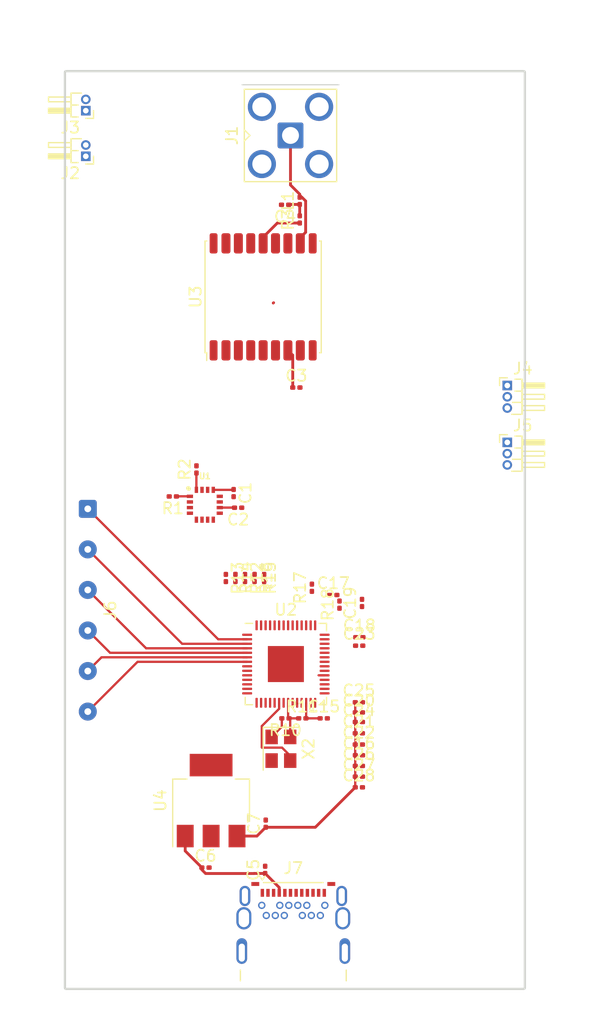
<source format=kicad_pcb>
(kicad_pcb (version 20221018) (generator pcbnew)
  (layers (0 "F.Cu" signal) (31 "B.Cu" signal) (34 "B.Paste" user) (35 "F.Paste" user) (36 "B.SilkS" user "B.Silkscreen") (37 "F.SilkS" user "F.Silkscreen") (38 "B.Mask" user) (39 "F.Mask" user) (44 "Edge.Cuts" user))
  (net 0 "")
  (net 1 "/MAX_8C GNSS/3V3")
  (net 2 "GND")
  (net 3 "Net-(C4-Pad1)")
  (net 4 "/~{RST}")
  (net 5 "Net-(X2-EN)")
  (net 6 "+3V3")
  (net 7 "Net-(U2-QSPI_SD0)")
  (net 8 "/RP2040/1V1")
  (net 9 "Net-(U2-QSPI_SD1)")
  (net 10 "Net-(J1-In)")
  (net 11 "Net-(U2-QSPI_SD2)")
  (net 12 "I2C_SDA 1")
  (net 13 "Net-(U2-QSPI_SD3)")
  (net 14 "I2C_SCL 1")
  (net 15 "Net-(U2-QSPI_SCLK)")
  (net 16 "I2C_SDA 0")
  (net 17 "I2C_SCL 0")
  (net 18 "PWM_RIGHT")
  (net 19 "BATT_V")
  (net 20 "PWM_LEFT")
  (net 21 "/GP0")
  (net 22 "/GP1")
  (net 23 "/GP2")
  (net 24 "/GP3")
  (net 25 "/GP4")
  (net 30 "/GP5")
  (net 32 "Net-(U3-VCC_RF)")
  (net 34 "Net-(U2-XIN)")
  (net 36 "/RP2040/QSPI_0")
  (net 37 "/RP2040/QSPI_1")
  (net 40 "/RP2040/QSPI_2")
  (net 41 "/RP2040/QSPI_3")
  (net 50 "/RP2040/QSPI_SCLK")
  (net 51 "/QMC5883L/3V3")
  (net 52 "Net-(U1-C1)")
  (net 53 "/USB_D-")
  (net 54 "/USB_D+")
  (net 63 "/MAX_8C GNSS/TXD")
  (net 64 "/MAX_8C GNSS/RXD")
  (net 65 "/RP2040/SWCLK")
  (net 66 "/RP2040/SWD")
  (net 67 "/RP2040/QSPI_SS")
  (net 74 "+5V")
  (footprint "Resistor_SMD:R_0201_0603Metric" (layer "F.Cu") (at 60.76 85.535 -90)
    (fp_text reference "R14" (at -0.03 -0.95 90) (layer "F.SilkS"))
    (fp_text value "27")
    (pad "1" smd roundrect (at -0.32 0 270) (size 0.46 0.4) (layers "F.Cu" "F.Mask") (net 40 "/RP2040/QSPI_2"))
    (pad "2" smd roundrect (at 0.32 0 270) (size 0.46 0.4) (layers "F.Cu" "F.Mask") (net 11 "Net-(U2-QSPI_SD2)"))
  )
  (footprint "Capacitor_SMD:C_0201_0603Metric" (layer "F.Cu") (at 71.72 96.575)
    (fp_text reference "C25" (at 0 -1.05) (layer "F.SilkS"))
    (fp_text value "1uF")
    (pad "1" smd roundrect (at -0.32 0) (size 0.46 0.4) (layers "F.Cu" "F.Mask") (net 6 "+3V3"))
    (pad "2" smd roundrect (at 0.32 0) (size 0.46 0.4) (layers "F.Cu" "F.Mask") (net 2 "GND"))
  )
  (footprint "Capacitor_SMD:C_0201_0603Metric" (layer "F.Cu") (at 71.72 97.475)
    (fp_text reference "C20" (at 0 -1.05) (layer "F.SilkS"))
    (fp_text value "1uF")
    (pad "1" smd roundrect (at -0.32 0) (size 0.46 0.4) (layers "F.Cu" "F.Mask") (net 6 "+3V3"))
    (pad "2" smd roundrect (at 0.32 0) (size 0.46 0.4) (layers "F.Cu" "F.Mask") (net 2 "GND"))
  )
  (footprint "RF_GPS:ublox_MAX" (layer "F.Cu") (at 63.22 60.58 90)
    (fp_text reference "U3" (at 0 -6 90) (layer "F.SilkS"))
    (fp_text value "MAX-M8Q")
    (fp_line (start -5.65 -5.01) (end -4.96 -5.01) (stroke (width 0.12)) (layer "F.SilkS"))
    (fp_line (start -4.96 -5.16) (end -4.96 -5.01) (stroke (width 0.12)) (layer "F.SilkS"))
    (fp_line (start -4.96 -5.16) (end 4.96 -5.16) (stroke (width 0.12)) (layer "F.SilkS"))
    (fp_line (start -4.96 5.01) (end -4.96 5.16) (stroke (width 0.12)) (layer "F.SilkS"))
    (fp_line (start -4.96 5.16) (end 4.96 5.16) (stroke (width 0.12)) (layer "F.SilkS"))
    (fp_line (start 4.96 -5.16) (end 4.96 -5.01) (stroke (width 0.12)) (layer "F.SilkS"))
    (fp_line (start 4.96 5.01) (end 4.96 5.16) (stroke (width 0.12)) (layer "F.SilkS"))
    (pad "1" smd roundrect (at -4.75 -4.4 90) (size 1.8 0.7) (layers "F.Cu" "F.Paste" "F.Mask") (net 2 "GND"))
    (pad "2" smd roundrect (at -4.75 -3.3 90) (size 1.8 0.8) (layers "F.Cu" "F.Paste" "F.Mask") (net 63 "/MAX_8C GNSS/TXD"))
    (pad "3" smd roundrect (at -4.75 -2.2 90) (size 1.8 0.8) (layers "F.Cu" "F.Paste" "F.Mask") (net 64 "/MAX_8C GNSS/RXD"))
    (pad "4" smd roundrect (at -4.75 -1.1 90) (size 1.8 0.8) (layers "F.Cu" "F.Paste" "F.Mask"))
    (pad "5" smd roundrect (at -4.75 0 90) (size 1.8 0.8) (layers "F.Cu" "F.Paste" "F.Mask"))
    (pad "6" smd roundrect (at -4.75 1.1 90) (size 1.8 0.8) (layers "F.Cu" "F.Paste" "F.Mask") (net 1 "/MAX_8C GNSS/3V3"))
    (pad "7" smd roundrect (at -4.75 2.2 90) (size 1.8 0.8) (layers "F.Cu" "F.Paste" "F.Mask") (net 1 "/MAX_8C GNSS/3V3"))
    (pad "8" smd roundrect (at -4.75 3.3 90) (size 1.8 0.8) (layers "F.Cu" "F.Paste" "F.Mask") (net 1 "/MAX_8C GNSS/3V3"))
    (pad "9" smd roundrect (at -4.75 4.4 90) (size 1.8 0.7) (layers "F.Cu" "F.Paste" "F.Mask"))
    (pad "10" smd roundrect (at 4.75 4.4 90) (size 1.8 0.7) (layers "F.Cu" "F.Paste" "F.Mask") (net 2 "GND"))
    (pad "11" smd roundrect (at 4.75 3.3 90) (size 1.8 0.8) (layers "F.Cu" "F.Paste" "F.Mask") (net 10 "Net-(J1-In)"))
    (pad "12" smd roundrect (at 4.75 2.2 90) (size 1.8 0.8) (layers "F.Cu" "F.Paste" "F.Mask") (net 2 "GND"))
    (pad "13" smd roundrect (at 4.75 1.1 90) (size 1.8 0.8) (layers "F.Cu" "F.Paste" "F.Mask"))
    (pad "14" smd roundrect (at 4.75 0 90) (size 1.8 0.8) (layers "F.Cu" "F.Paste" "F.Mask") (net 32 "Net-(U3-VCC_RF)"))
    (pad "15" smd roundrect (at 4.75 -1.1 90) (size 1.8 0.8) (layers "F.Cu" "F.Paste" "F.Mask"))
    (pad "16" smd roundrect (at 4.75 -2.2 90) (size 1.8 0.8) (layers "F.Cu" "F.Paste" "F.Mask") (net 16 "I2C_SDA 0"))
    (pad "17" smd roundrect (at 4.75 -3.3 90) (size 1.8 0.8) (layers "F.Cu" "F.Paste" "F.Mask") (net 17 "I2C_SCL 0"))
    (pad "18" smd roundrect (at 4.75 -4.4 90) (size 1.8 0.7) (layers "F.Cu" "F.Paste" "F.Mask"))
  )
  (footprint "Inductor_SMD:L_0201_0603Metric" (layer "F.Cu") (at 66.47 52.055 90)
    (fp_text reference "L1" (at 0 -1.05 90) (layer "F.SilkS"))
    (fp_text value "27nH")
    (pad "1" smd roundrect (at -0.32 0 90) (size 0.46 0.4) (layers "F.Cu" "F.Mask") (net 3 "Net-(C4-Pad1)"))
    (pad "2" smd roundrect (at 0.32 0 90) (size 0.46 0.4) (layers "F.Cu" "F.Mask") (net 10 "Net-(J1-In)"))
  )
  (footprint "Capacitor_SMD:C_0201_0603Metric" (layer "F.Cu") (at 72 87.755 90)
    (fp_text reference "C19" (at 0 -1.05 90) (layer "F.SilkS"))
    (fp_text value "1uF")
    (pad "1" smd roundrect (at -0.32 0 90) (size 0.46 0.4) (layers "F.Cu" "F.Mask") (net 8 "/RP2040/1V1"))
    (pad "2" smd roundrect (at 0.32 0 90) (size 0.46 0.4) (layers "F.Cu" "F.Mask") (net 2 "GND"))
  )
  (footprint "Resistor_SMD:R_0201_0603Metric" (layer "F.Cu") (at 57.3 75.9 90)
    (fp_text reference "R2" (at 0 -1.05 90) (layer "F.SilkS"))
    (fp_text value "4.7K")
    (pad "1" smd roundrect (at -0.32 0 90) (size 0.46 0.4) (layers "F.Cu" "F.Mask") (net 16 "I2C_SDA 0"))
    (pad "2" smd roundrect (at 0.32 0 90) (size 0.46 0.4) (layers "F.Cu" "F.Mask") (net 51 "/QMC5883L/3V3"))
  )
  (footprint "Capacitor_SMD:C_0201_0603Metric" (layer "F.Cu") (at 68.6 98)
    (fp_text reference "C15" (at 0 -1.05) (layer "F.SilkS"))
    (fp_text value "1uF")
    (pad "1" smd roundrect (at -0.32 0) (size 0.46 0.4) (layers "F.Cu" "F.Mask") (net 4 "/~{RST}"))
    (pad "2" smd roundrect (at 0.32 0) (size 0.46 0.4) (layers "F.Cu" "F.Mask") (net 2 "GND"))
  )
  (footprint "Capacitor_SMD:C_0201_0603Metric" (layer "F.Cu") (at 71.715 99.325)
    (fp_text reference "C21" (at 0 -1.05) (layer "F.SilkS"))
    (fp_text value "1uF")
    (pad "1" smd roundrect (at -0.32 0) (size 0.46 0.4) (layers "F.Cu" "F.Mask") (net 6 "+3V3"))
    (pad "2" smd roundrect (at 0.32 0) (size 0.46 0.4) (layers "F.Cu" "F.Mask") (net 2 "GND"))
  )
  (footprint "Oscillator:Oscillator_SMD_Abracon_ASE-4Pin_3.2x2.5mm" (layer "F.Cu") (at 64.8 100.7 -90)
    (fp_text reference "X2" (at 0 -2.45 90) (layer "F.SilkS"))
    (fp_text value "ASE-12.0MHz")
    (fp_line (start -1.9 -1.575) (end -1.9 1.575) (stroke (width 0.12)) (layer "F.SilkS"))
    (fp_line (start -1.9 1.575) (end 1.9 1.575) (stroke (width 0.12)) (layer "F.SilkS"))
    (pad "1" smd rect (at -1.05 0.825 270) (size 1.3 1.1) (layers "F.Cu" "F.Paste" "F.Mask") (net 5 "Net-(X2-EN)"))
    (pad "2" smd rect (at 1.05 0.825 270) (size 1.3 1.1) (layers "F.Cu" "F.Paste" "F.Mask") (net 2 "GND"))
    (pad "3" smd rect (at 1.05 -0.825 270) (size 1.3 1.1) (layers "F.Cu" "F.Paste" "F.Mask") (net 34 "Net-(U2-XIN)"))
    (pad "4" smd rect (at -1.05 -0.825 270) (size 1.3 1.1) (layers "F.Cu" "F.Paste" "F.Mask") (net 6 "+3V3"))
  )
  (footprint "Resistor_SMD:R_0201_0603Metric" (layer "F.Cu") (at 70 87.905 90)
    (fp_text reference "R18" (at 0 -1.05 90) (layer "F.SilkS"))
    (fp_text value "27")
    (pad "1" smd roundrect (at -0.32 0 90) (size 0.46 0.4) (layers "F.Cu" "F.Mask") (net 54 "/USB_D+"))
    (pad "2" smd roundrect (at 0.32 0 90) (size 0.46 0.4) (layers "F.Cu" "F.Mask") (net 54 "/USB_D+"))
  )
  (footprint "Connector_PinHeader_1.00mm:PinHeader_1x02_P1.00mm_Horizontal" (layer "F.Cu") (at 47.475 48.1 180)
    (fp_text reference "J2" (at 1.375 -1.5) (layer "F.SilkS"))
    (fp_text value "Conn_01x02_Pin")
    (fp_line (start -0.685 -0.685) (end 0 -0.685) (stroke (width 0.12)) (layer "F.SilkS"))
    (fp_line (start -0.685 0) (end -0.685 -0.685) (stroke (width 0.12)) (layer "F.SilkS"))
    (fp_line (start 0.685 -0.56) (end 1.31 -0.56) (stroke (width 0.12)) (layer "F.SilkS"))
    (fp_line (start 0.685 0.5) (end 1.31 0.5) (stroke (width 0.12)) (layer "F.SilkS"))
    (fp_line (start 1.31 -0.56) (end 1.31 1.56) (stroke (width 0.12)) (layer "F.SilkS"))
    (fp_line (start 1.31 -0.21) (end 3.31 -0.21) (stroke (width 0.12)) (layer "F.SilkS"))
    (fp_line (start 1.31 -0.15) (end 3.31 -0.15) (stroke (width 0.12)) (layer "F.SilkS"))
    (fp_line (start 1.31 -0.03) (end 3.31 -0.03) (stroke (width 0.12)) (layer "F.SilkS"))
    (fp_line (start 1.31 0.09) (end 3.31 0.09) (stroke (width 0.12)) (layer "F.SilkS"))
    (fp_line (start 1.31 0.79) (end 3.31 0.79) (stroke (width 0.12)) (layer "F.SilkS"))
    (fp_line (start 1.31 1.56) (end 0.394493 1.56) (stroke (width 0.12)) (layer "F.SilkS"))
    (fp_line (start 3.31 -0.21) (end 3.31 0.21) (stroke (width 0.12)) (layer "F.SilkS"))
    (fp_line (start 3.31 0.21) (end 1.31 0.21) (stroke (width 0.12)) (layer "F.SilkS"))
    (fp_line (start 3.31 0.79) (end 3.31 1.21) (stroke (width 0.12)) (layer "F.SilkS"))
    (fp_line (start 3.31 1.21) (end 1.31 1.21) (stroke (width 0.12)) (layer "F.SilkS"))
    (pad "1" thru_hole rect (at 0 0 180) (size 0.85 0.85) (drill 0.5) (layers "*.Cu" "*.Mask") (net 12 "I2C_SDA 1"))
    (pad "2" thru_hole oval (at 0 1 180) (size 0.85 0.85) (drill 0.5) (layers "*.Cu" "*.Mask") (net 14 "I2C_SCL 1"))
  )
  (footprint "Capacitor_SMD:C_0201_0603Metric" (layer "F.Cu") (at 66.17 68.63)
    (fp_text reference "C3" (at 0 -1.05) (layer "F.SilkS"))
    (fp_text value "0.1uF")
    (pad "1" smd roundrect (at -0.32 0) (size 0.46 0.4) (layers "F.Cu" "F.Mask") (net 1 "/MAX_8C GNSS/3V3"))
    (pad "2" smd roundrect (at 0.32 0) (size 0.46 0.4) (layers "F.Cu" "F.Mask") (net 2 "GND"))
  )
  (footprint "Capacitor_SMD:C_0201_0603Metric" (layer "F.Cu") (at 71.72 104.125)
    (fp_text reference "C28" (at 0 -1.05) (layer "F.SilkS"))
    (fp_text value "1uF")
    (pad "1" smd roundrect (at -0.32 0) (size 0.46 0.4) (layers "F.Cu" "F.Mask") (net 6 "+3V3"))
    (pad "2" smd roundrect (at 0.32 0) (size 0.46 0.4) (layers "F.Cu" "F.Mask") (net 2 "GND"))
  )
  (footprint "Resistor_SMD:R_0201_0603Metric" (layer "F.Cu") (at 67.55 86.405 90)
    (fp_text reference "R17" (at 0 -1.05 90) (layer "F.SilkS"))
    (fp_text value "27")
    (pad "1" smd roundrect (at -0.32 0 90) (size 0.46 0.4) (layers "F.Cu" "F.Mask") (net 53 "/USB_D-"))
    (pad "2" smd roundrect (at 0.32 0 90) (size 0.46 0.4) (layers "F.Cu" "F.Mask") (net 53 "/USB_D-"))
  )
  (footprint "Connector_PinHeader_1.00mm:PinHeader_1x02_P1.00mm_Horizontal" (layer "F.Cu") (at 47.475 44.05 180)
    (fp_text reference "J3" (at 1.375 -1.5) (layer "F.SilkS"))
    (fp_text value "Conn_01x02_Pin")
    (fp_line (start -0.685 -0.685) (end 0 -0.685) (stroke (width 0.12)) (layer "F.SilkS"))
    (fp_line (start -0.685 0) (end -0.685 -0.685) (stroke (width 0.12)) (layer "F.SilkS"))
    (fp_line (start 0.685 -0.56) (end 1.31 -0.56) (stroke (width 0.12)) (layer "F.SilkS"))
    (fp_line (start 0.685 0.5) (end 1.31 0.5) (stroke (width 0.12)) (layer "F.SilkS"))
    (fp_line (start 1.31 -0.56) (end 1.31 1.56) (stroke (width 0.12)) (layer "F.SilkS"))
    (fp_line (start 1.31 -0.21) (end 3.31 -0.21) (stroke (width 0.12)) (layer "F.SilkS"))
    (fp_line (start 1.31 -0.15) (end 3.31 -0.15) (stroke (width 0.12)) (layer "F.SilkS"))
    (fp_line (start 1.31 -0.03) (end 3.31 -0.03) (stroke (width 0.12)) (layer "F.SilkS"))
    (fp_line (start 1.31 0.09) (end 3.31 0.09) (stroke (width 0.12)) (layer "F.SilkS"))
    (fp_line (start 1.31 0.79) (end 3.31 0.79) (stroke (width 0.12)) (layer "F.SilkS"))
    (fp_line (start 1.31 1.56) (end 0.394493 1.56) (stroke (width 0.12)) (layer "F.SilkS"))
    (fp_line (start 3.31 -0.21) (end 3.31 0.21) (stroke (width 0.12)) (layer "F.SilkS"))
    (fp_line (start 3.31 0.21) (end 1.31 0.21) (stroke (width 0.12)) (layer "F.SilkS"))
    (fp_line (start 3.31 0.79) (end 3.31 1.21) (stroke (width 0.12)) (layer "F.SilkS"))
    (fp_line (start 3.31 1.21) (end 1.31 1.21) (stroke (width 0.12)) (layer "F.SilkS"))
    (pad "1" thru_hole rect (at 0 0 180) (size 0.85 0.85) (drill 0.5) (layers "*.Cu" "*.Mask") (net 16 "I2C_SDA 0"))
    (pad "2" thru_hole oval (at 0 1 180) (size 0.85 0.85) (drill 0.5) (layers "*.Cu" "*.Mask") (net 17 "I2C_SCL 0"))
  )
  (footprint "Capacitor_SMD:C_0201_0603Metric" (layer "F.Cu") (at 63.45 107.35 90)
    (fp_text reference "C7" (at 0 -1.05 90) (layer "F.SilkS"))
    (fp_text value "4.7uF")
    (pad "1" smd roundrect (at -0.32 0 90) (size 0.46 0.4) (layers "F.Cu" "F.Mask") (net 6 "+3V3"))
    (pad "2" smd roundrect (at 0.32 0 90) (size 0.46 0.4) (layers "F.Cu" "F.Mask") (net 2 "GND"))
  )
  (footprint "Connector_PinHeader_1.00mm:PinHeader_1x03_P1.00mm_Horizontal" (layer "F.Cu") (at 84.9 68.45)
    (fp_text reference "J4" (at 1.375 -1.5) (layer "F.SilkS"))
    (fp_text value "Conn_01x03_Pin")
    (fp_line (start -0.685 -0.685) (end 0 -0.685) (stroke (width 0.12)) (layer "F.SilkS"))
    (fp_line (start -0.685 0) (end -0.685 -0.685) (stroke (width 0.12)) (layer "F.SilkS"))
    (fp_line (start 0.468215 1.5) (end 1.31 1.5) (stroke (width 0.12)) (layer "F.SilkS"))
    (fp_line (start 0.685 -0.56) (end 1.31 -0.56) (stroke (width 0.12)) (layer "F.SilkS"))
    (fp_line (start 0.685 0.5) (end 1.31 0.5) (stroke (width 0.12)) (layer "F.SilkS"))
    (fp_line (start 1.31 -0.56) (end 1.31 2.56) (stroke (width 0.12)) (layer "F.SilkS"))
    (fp_line (start 1.31 -0.21) (end 3.31 -0.21) (stroke (width 0.12)) (layer "F.SilkS"))
    (fp_line (start 1.31 -0.15) (end 3.31 -0.15) (stroke (width 0.12)) (layer "F.SilkS"))
    (fp_line (start 1.31 -0.03) (end 3.31 -0.03) (stroke (width 0.12)) (layer "F.SilkS"))
    (fp_line (start 1.31 0.09) (end 3.31 0.09) (stroke (width 0.12)) (layer "F.SilkS"))
    (fp_line (start 1.31 0.79) (end 3.31 0.79) (stroke (width 0.12)) (layer "F.SilkS"))
    (fp_line (start 1.31 1.79) (end 3.31 1.79) (stroke (width 0.12)) (layer "F.SilkS"))
    (fp_line (start 1.31 2.56) (end 0.394493 2.56) (stroke (width 0.12)) (layer "F.SilkS"))
    (fp_line (start 3.31 -0.21) (end 3.31 0.21) (stroke (width 0.12)) (layer "F.SilkS"))
    (fp_line (start 3.31 0.21) (end 1.31 0.21) (stroke (width 0.12)) (layer "F.SilkS"))
    (fp_line (start 3.31 0.79) (end 3.31 1.21) (stroke (width 0.12)) (layer "F.SilkS"))
    (fp_line (start 3.31 1.21) (end 1.31 1.21) (stroke (width 0.12)) (layer "F.SilkS"))
    (fp_line (start 3.31 1.79) (end 3.31 2.21) (stroke (width 0.12)) (layer "F.SilkS"))
    (fp_line (start 3.31 2.21) (end 1.31 2.21) (stroke (width 0.12)) (layer "F.SilkS"))
    (pad "1" thru_hole rect (at 0 0) (size 0.85 0.85) (drill 0.5) (layers "*.Cu" "*.Mask") (net 2 "GND"))
    (pad "2" thru_hole oval (at 0 1) (size 0.85 0.85) (drill 0.5) (layers "*.Cu" "*.Mask") (net 18 "PWM_RIGHT"))
    (pad "3" thru_hole oval (at 0 2) (size 0.85 0.85) (drill 0.5) (layers "*.Cu" "*.Mask") (net 19 "BATT_V"))
  )
  (footprint "Capacitor_SMD:C_0201_0603Metric" (layer "F.Cu") (at 71.72 98.325)
    (fp_text reference "C24" (at 0 -1.05) (layer "F.SilkS"))
    (fp_text value "1uF")
    (pad "1" smd roundrect (at -0.32 0) (size 0.46 0.4) (layers "F.Cu" "F.Mask") (net 6 "+3V3"))
    (pad "2" smd roundrect (at 0.32 0) (size 0.46 0.4) (layers "F.Cu" "F.Mask") (net 2 "GND"))
  )
  (footprint "Resistor_SMD:R_0201_0603Metric" (layer "F.Cu") (at 65.2 98 180)
    (fp_text reference "R10" (at 0 -1.05) (layer "F.SilkS"))
    (fp_text value "10K")
    (pad "1" smd roundrect (at -0.32 0 180) (size 0.46 0.4) (layers "F.Cu" "F.Mask") (net 6 "+3V3"))
    (pad "2" smd roundrect (at 0.32 0 180) (size 0.46 0.4) (layers "F.Cu" "F.Mask") (net 5 "Net-(X2-EN)"))
  )
  (footprint "Capacitor_SMD:C_0201_0603Metric" (layer "F.Cu") (at 71.765199 90.8)
    (fp_text reference "C18" (at 0 -1.05) (layer "F.SilkS"))
    (fp_text value "1uF")
    (pad "1" smd roundrect (at -0.32 0) (size 0.46 0.4) (layers "F.Cu" "F.Mask") (net 8 "/RP2040/1V1"))
    (pad "2" smd roundrect (at 0.32 0) (size 0.46 0.4) (layers "F.Cu" "F.Mask") (net 2 "GND"))
  )
  (footprint "Resistor_SMD:R_0201_0603Metric" (layer "F.Cu") (at 63.31 85.54 -90)
    (fp_text reference "R15" (at 0 -0.516 90) (layer "F.SilkS"))
    (fp_text value "27")
    (pad "1" smd roundrect (at -0.32 0 270) (size 0.46 0.4) (layers "F.Cu" "F.Mask") (net 41 "/RP2040/QSPI_3"))
    (pad "2" smd roundrect (at 0.32 0 270) (size 0.46 0.4) (layers "F.Cu" "F.Mask") (net 13 "Net-(U2-QSPI_SD3)"))
  )
  (footprint "Capacitor_SMD:C_0201_0603Metric" (layer "F.Cu") (at 58.1 111.25)
    (fp_text reference "C6" (at 0 -1.05) (layer "F.SilkS"))
    (fp_text value "1uF")
    (pad "1" smd roundrect (at -0.32 0) (size 0.46 0.4) (layers "F.Cu" "F.Mask") (net 74 "+5V"))
    (pad "2" smd roundrect (at 0.32 0) (size 0.46 0.4) (layers "F.Cu" "F.Mask") (net 2 "GND"))
  )
  (footprint "Connector_Wire:SolderWire-0.1sqmm_1x06_P3.6mm_D0.4mm_OD1mm" (layer "F.Cu") (at 47.65 79.4 -90)
    (fp_text reference "J6" (at 9 -2 90) (layer "F.SilkS"))
    (fp_text value "Conn_01x06_Pin")
    (pad "1" thru_hole roundrect (at 0 0 270) (size 1.6 1.6) (drill 0.6) (layers "*.Cu" "*.Mask") (roundrect_rratio 0.15625) (net 21 "/GP0"))
    (pad "2" thru_hole circle (at 3.6 0 270) (size 1.6 1.6) (drill 0.6) (layers "*.Cu" "*.Mask") (net 22 "/GP1"))
    (pad "3" thru_hole circle (at 7.2 0 270) (size 1.6 1.6) (drill 0.6) (layers "*.Cu" "*.Mask") (net 23 "/GP2"))
    (pad "4" thru_hole circle (at 10.8 0 270) (size 1.6 1.6) (drill 0.6) (layers "*.Cu" "*.Mask") (net 24 "/GP3"))
    (pad "5" thru_hole circle (at 14.4 0 270) (size 1.6 1.6) (drill 0.6) (layers "*.Cu" "*.Mask") (net 25 "/GP4"))
    (pad "6" thru_hole circle (at 18 0 270) (size 1.6 1.6) (drill 0.6) (layers "*.Cu" "*.Mask") (net 30 "/GP5"))
  )
  (footprint "Resistor_SMD:R_0201_0603Metric" (layer "F.Cu") (at 61.61 85.54 -90)
    (fp_text reference "R12" (at 0 -1.05 90) (layer "F.SilkS"))
    (fp_text value "27")
    (pad "1" smd roundrect (at -0.32 0 270) (size 0.46 0.4) (layers "F.Cu" "F.Mask") (net 36 "/RP2040/QSPI_0"))
    (pad "2" smd roundrect (at 0.32 0 270) (size 0.46 0.4) (layers "F.Cu" "F.Mask") (net 7 "Net-(U2-QSPI_SD0)"))
  )
  (footprint "Capacitor_SMD:C_0201_0603Metric" (layer "F.Cu") (at 60.6 78 -90)
    (fp_text reference "C1" (at 0 -1.05 90) (layer "F.SilkS"))
    (fp_text value "0.1uF")
    (pad "1" smd roundrect (at -0.32 0 270) (size 0.46 0.4) (layers "F.Cu" "F.Mask") (net 51 "/QMC5883L/3V3"))
    (pad "2" smd roundrect (at 0.32 0 270) (size 0.46 0.4) (layers "F.Cu" "F.Mask") (net 2 "GND"))
  )
  (footprint "Capacitor_SMD:C_0201_0603Metric" (layer "F.Cu") (at 63.4 111.45 90)
    (fp_text reference "C5" (at 0 -1.05 90) (layer "F.SilkS"))
    (fp_text value "4.7uF")
    (pad "1" smd roundrect (at -0.32 0 90) (size 0.46 0.4) (layers "F.Cu" "F.Mask") (net 74 "+5V"))
    (pad "2" smd roundrect (at 0.32 0 90) (size 0.46 0.4) (layers "F.Cu" "F.Mask") (net 2 "GND"))
  )
  (footprint "Capacitor_SMD:C_0201_0603Metric" (layer "F.Cu") (at 71.715 100.325)
    (fp_text reference "C22" (at 0 -1.05) (layer "F.SilkS"))
    (fp_text value "1uF")
    (pad "1" smd roundrect (at -0.32 0) (size 0.46 0.4) (layers "F.Cu" "F.Mask") (net 6 "+3V3"))
    (pad "2" smd roundrect (at 0.32 0) (size 0.46 0.4) (layers "F.Cu" "F.Mask") (net 2 "GND"))
  )
  (footprint "Resistor_SMD:R_0201_0603Metric" (layer "F.Cu") (at 66.47 53.705 90)
    (fp_text reference "R3" (at 0 -1.05 90) (layer "F.SilkS"))
    (fp_text value "10")
    (pad "1" smd roundrect (at -0.32 0 90) (size 0.46 0.4) (layers "F.Cu" "F.Mask") (net 32 "Net-(U3-VCC_RF)"))
    (pad "2" smd roundrect (at 0.32 0 90) (size 0.46 0.4) (layers "F.Cu" "F.Mask") (net 3 "Net-(C4-Pad1)"))
  )
  (footprint "Capacitor_SMD:C_0201_0603Metric" (layer "F.Cu") (at 61 79.3 180)
    (fp_text reference "C2" (at 0 -1.05) (layer "F.SilkS"))
    (fp_text value "4.7uF")
    (pad "1" smd roundrect (at -0.32 0 180) (size 0.46 0.4) (layers "F.Cu" "F.Mask") (net 2 "GND"))
    (pad "2" smd roundrect (at 0.32 0 180) (size 0.46 0.4) (layers "F.Cu" "F.Mask") (net 52 "Net-(U1-C1)"))
  )
  (footprint "Capacitor_SMD:C_0201_0603Metric" (layer "F.Cu") (at 71.75 91.55)
    (fp_text reference "C23" (at 0 -1.05) (layer "F.SilkS"))
    (fp_text value "1uF")
    (pad "1" smd roundrect (at -0.32 0) (size 0.46 0.4) (layers "F.Cu" "F.Mask") (net 6 "+3V3"))
    (pad "2" smd roundrect (at 0.32 0) (size 0.46 0.4) (layers "F.Cu" "F.Mask") (net 2 "GND"))
  )
  (footprint "Connector_Coaxial:SMA_Amphenol_901-143_Horizontal" (layer "F.Cu") (at 65.65 46.25)
    (fp_text reference "J1" (at -5.2 0 90) (layer "F.SilkS"))
    (fp_text value "Conn_Coaxial")
    (fp_line (start -4.1 -4.1) (end -4.1 4.1) (stroke (width 0.12)) (layer "F.SilkS"))
    (fp_line (start -4.1 -4.1) (end 4.1 -4.1) (stroke (width 0.12)) (layer "F.SilkS"))
    (fp_line (start -4.1 0.5) (end -3.6 0) (stroke (width 0.12)) (layer "F.SilkS"))
    (fp_line (start -4.1 4.1) (end 4.1 4.1) (stroke (width 0.12)) (layer "F.SilkS"))
    (fp_line (start -3.6 0) (end -4.1 -0.5) (stroke (width 0.12)) (layer "F.SilkS"))
    (fp_line (start 4.1 -4.1) (end 4.1 4.1) (stroke (width 0.12)) (layer "F.SilkS"))
    (fp_line (start 4.3 -4.5) (end -4.3 -4.5) (stroke (width 0.1)) (layer "Edge.Cuts"))
    (pad "1" thru_hole roundrect (at 0 0) (size 2.3 2.3) (drill 1.5) (layers "*.Cu" "*.Mask") (roundrect_rratio 0.087) (net 10 "Net-(J1-In)"))
    (pad "2" thru_hole circle (at -2.54 -2.54) (size 2.5 2.5) (drill 1.7) (layers "*.Cu" "*.Mask") (net 2 "GND"))
    (pad "2" thru_hole circle (at -2.54 2.54) (size 2.5 2.5) (drill 1.7) (layers "*.Cu" "*.Mask") (net 2 "GND"))
    (pad "2" thru_hole circle (at 2.54 -2.54) (size 2.5 2.5) (drill 1.7) (layers "*.Cu" "*.Mask") (net 2 "GND"))
    (pad "2" thru_hole circle (at 2.54 2.54) (size 2.5 2.5) (drill 1.7) (layers "*.Cu" "*.Mask") (net 2 "GND"))
  )
  (footprint "Capacitor_SMD:C_0201_0603Metric" (layer "F.Cu") (at 71.725 101.275)
    (fp_text reference "C16" (at 0 -1.05) (layer "F.SilkS"))
    (fp_text value "1uF")
    (pad "1" smd roundrect (at -0.32 0) (size 0.46 0.4) (layers "F.Cu" "F.Mask") (net 6 "+3V3"))
    (pad "2" smd roundrect (at 0.32 0) (size 0.46 0.4) (layers "F.Cu" "F.Mask") (net 2 "GND"))
  )
  (footprint "Resistor_SMD:R_0201_0603Metric" (layer "F.Cu") (at 59.91 85.54 -90)
    (fp_text reference "R13" (at 0 -1.05 90) (layer "F.SilkS"))
    (fp_text value "27")
    (pad "1" smd roundrect (at -0.32 0 270) (size 0.46 0.4) (layers "F.Cu" "F.Mask") (net 37 "/RP2040/QSPI_1"))
    (pad "2" smd roundrect (at 0.32 0 270) (size 0.46 0.4) (layers "F.Cu" "F.Mask") (net 9 "Net-(U2-QSPI_SD1)"))
  )
  (footprint "Sensor:HMC5883L" (layer "F.Cu") (at 58.0437 79.0387)
    (fp_text reference "U1" (at 0 -2.54) (layer "F.SilkS") (effects (font (size 0.5 0.5) (thickness 0.125))))
    (fp_text value "HMC5883L" hide)
    (fp_line (start -1.4732 -1.4732) (end -1.4224 -1.4224) (stroke (width 0.381)) (layer "F.SilkS"))
    (pad "1" smd rect (at -1.325 -0.75) (size 0.55 0.3) (layers "F.Cu" "F.Paste" "F.Mask") (net 17 "I2C_SCL 0"))
    (pad "2" smd rect (at -1.325 -0.25) (size 0.55 0.3) (layers "F.Cu" "F.Paste" "F.Mask") (net 51 "/QMC5883L/3V3"))
    (pad "3" smd rect (at -1.325 0.25) (size 0.55 0.3) (layers "F.Cu" "F.Paste" "F.Mask"))
    (pad "4" smd rect (at -1.325 0.75) (size 0.55 0.3) (layers "F.Cu" "F.Paste" "F.Mask") (net 51 "/QMC5883L/3V3"))
    (pad "5" smd rect (at -0.75 1.325 90) (size 0.55 0.3) (layers "F.Cu" "F.Paste" "F.Mask"))
    (pad "6" smd rect (at -0.25 1.325 90) (size 0.55 0.3) (layers "F.Cu" "F.Paste" "F.Mask"))
    (pad "7" smd rect (at 0.25 1.325 90) (size 0.55 0.3) (layers "F.Cu" "F.Paste" "F.Mask"))
    (pad "8" smd rect (at 0.75 1.325 90) (size 0.55 0.3) (layers "F.Cu" "F.Paste" "F.Mask"))
    (pad "9" smd rect (at 1.325 0.75) (size 0.55 0.3) (layers "F.Cu" "F.Paste" "F.Mask") (net 2 "GND"))
    (pad "10" smd rect (at 1.325 0.25) (size 0.55 0.3) (layers "F.Cu" "F.Paste" "F.Mask") (net 52 "Net-(U1-C1)"))
    (pad "11" smd rect (at 1.325 -0.25) (size 0.55 0.3) (layers "F.Cu" "F.Paste" "F.Mask") (net 2 "GND"))
    (pad "12" smd rect (at 1.325 -0.75) (size 0.55 0.3) (layers "F.Cu" "F.Paste" "F.Mask"))
    (pad "13" smd rect (at 0.75 -1.325 90) (size 0.55 0.3) (layers "F.Cu" "F.Paste" "F.Mask") (net 51 "/QMC5883L/3V3"))
    (pad "14" smd rect (at 0.25 -1.325 90) (size 0.55 0.3) (layers "F.Cu" "F.Paste" "F.Mask"))
    (pad "15" smd rect (at -0.25 -1.325 90) (size 0.55 0.3) (layers "F.Cu" "F.Paste" "F.Mask"))
    (pad "16" smd rect (at -0.75 -1.325 90) (size 0.55 0.3) (layers "F.Cu" "F.Paste" "F.Mask") (net 16 "I2C_SDA 0"))
  )
  (footprint "Package_TO_SOT_SMD:SOT-223-3_TabPin2" (layer "F.Cu") (at 58.6 105.3 90)
    (fp_text reference "U4" (at 0 -4.5 90) (layer "F.SilkS"))
    (fp_text value "AP7361C-33E")
    (fp_line (start -4.1 -3.41) (end 1.91 -3.41) (stroke (width 0.12)) (layer "F.SilkS"))
    (fp_line (start -1.85 3.41) (end 1.91 3.41) (stroke (width 0.12)) (layer "F.SilkS"))
    (fp_line (start 1.91 -3.41) (end 1.91 -2.15) (stroke (width 0.12)) (layer "F.SilkS"))
    (fp_line (start 1.91 3.41) (end 1.91 2.15) (stroke (width 0.12)) (layer "F.SilkS"))
    (pad "1" smd rect (at -3.15 -2.3 90) (size 2 1.5) (layers "F.Cu" "F.Paste" "F.Mask") (net 74 "+5V"))
    (pad "2" smd rect (at -3.15 0 90) (size 2 1.5) (layers "F.Cu" "F.Paste" "F.Mask") (net 2 "GND"))
    (pad "2" smd rect (at 3.15 0 90) (size 2 3.8) (layers "F.Cu" "F.Paste" "F.Mask") (net 2 "GND"))
    (pad "3" smd rect (at -3.15 2.3 90) (size 2 1.5) (layers "F.Cu" "F.Paste" "F.Mask") (net 6 "+3V3"))
  )
  (footprint "Package_DFN_QFN:QFN-56-1EP_7x7mm_P0.4mm_EP3.2x3.2mm" (layer "F.Cu") (at 65.24 93.18)
    (fp_text reference "U2" (at 0 -4.82) (layer "F.SilkS"))
    (fp_text value "RP2040")
    (fp_line (start -3.61 3.61) (end -3.61 2.96) (stroke (width 0.12)) (layer "F.SilkS"))
    (fp_line (start -2.96 -3.61) (end -3.61 -3.61) (stroke (width 0.12)) (layer "F.SilkS"))
    (fp_line (start -2.96 3.61) (end -3.61 3.61) (stroke (width 0.12)) (layer "F.SilkS"))
    (fp_line (start 2.96 -3.61) (end 3.61 -3.61) (stroke (width 0.12)) (layer "F.SilkS"))
    (fp_line (start 2.96 3.61) (end 3.61 3.61) (stroke (width 0.12)) (layer "F.SilkS"))
    (fp_line (start 3.61 -3.61) (end 3.61 -2.96) (stroke (width 0.12)) (layer "F.SilkS"))
    (fp_line (start 3.61 3.61) (end 3.61 2.96) (stroke (width 0.12)) (layer "F.SilkS"))
    (pad "1" smd roundrect (at -3.4375 -2.6) (size 0.875 0.2) (layers "F.Cu" "F.Paste" "F.Mask") (net 6 "+3V3"))
    (pad "2" smd roundrect (at -3.4375 -2.2) (size 0.875 0.2) (layers "F.Cu" "F.Paste" "F.Mask") (net 21 "/GP0"))
    (pad "3" smd roundrect (at -3.4375 -1.8) (size 0.875 0.2) (layers "F.Cu" "F.Paste" "F.Mask") (net 22 "/GP1"))
    (pad "4" smd roundrect (at -3.4375 -1.4) (size 0.875 0.2) (layers "F.Cu" "F.Paste" "F.Mask") (net 23 "/GP2"))
    (pad "5" smd roundrect (at -3.4375 -1) (size 0.875 0.2) (layers "F.Cu" "F.Paste" "F.Mask") (net 24 "/GP3"))
    (pad "6" smd roundrect (at -3.4375 -0.6) (size 0.875 0.2) (layers "F.Cu" "F.Paste" "F.Mask") (net 25 "/GP4"))
    (pad "7" smd roundrect (at -3.4375 -0.2) (size 0.875 0.2) (layers "F.Cu" "F.Paste" "F.Mask") (net 30 "/GP5"))
    (pad "8" smd roundrect (at -3.4375 0.2) (size 0.875 0.2) (layers "F.Cu" "F.Paste" "F.Mask") (net 63 "/MAX_8C GNSS/TXD"))
    (pad "9" smd roundrect (at -3.4375 0.6) (size 0.875 0.2) (layers "F.Cu" "F.Paste" "F.Mask") (net 64 "/MAX_8C GNSS/RXD"))
    (pad "10" smd roundrect (at -3.4375 1) (size 0.875 0.2) (layers "F.Cu" "F.Paste" "F.Mask") (net 6 "+3V3"))
    (pad "11" smd roundrect (at -3.4375 1.4) (size 0.875 0.2) (layers "F.Cu" "F.Paste" "F.Mask"))
    (pad "12" smd roundrect (at -3.4375 1.8) (size 0.875 0.2) (layers "F.Cu" "F.Paste" "F.Mask"))
    (pad "13" smd roundrect (at -3.4375 2.2) (size 0.875 0.2) (layers "F.Cu" "F.Paste" "F.Mask"))
    (pad "14" smd roundrect (at -3.4375 2.6) (size 0.875 0.2) (layers "F.Cu" "F.Paste" "F.Mask"))
    (pad "15" smd roundrect (at -2.6 3.4375) (size 0.2 0.875) (layers "F.Cu" "F.Paste" "F.Mask") (net 20 "PWM_LEFT"))
    (pad "16" smd roundrect (at -2.2 3.4375) (size 0.2 0.875) (layers "F.Cu" "F.Paste" "F.Mask"))
    (pad "17" smd roundrect (at -1.8 3.4375) (size 0.2 0.875) (layers "F.Cu" "F.Paste" "F.Mask") (net 18 "PWM_RIGHT"))
    (pad "18" smd roundrect (at -1.4 3.4375) (size 0.2 0.875) (layers "F.Cu" "F.Paste" "F.Mask"))
    (pad "19" smd roundrect (at -1 3.4375) (size 0.2 0.875) (layers "F.Cu" "F.Paste" "F.Mask") (net 2 "GND"))
    (pad "20" smd roundrect (at -0.6 3.4375) (size 0.2 0.875) (layers "F.Cu" "F.Paste" "F.Mask") (net 34 "Net-(U2-XIN)"))
    (pad "21" smd roundrect (at -0.2 3.4375) (size 0.2 0.875) (layers "F.Cu" "F.Paste" "F.Mask"))
    (pad "22" smd roundrect (at 0.2 3.4375) (size 0.2 0.875) (layers "F.Cu" "F.Paste" "F.Mask") (net 6 "+3V3"))
    (pad "23" smd roundrect (at 0.6 3.4375) (size 0.2 0.875) (layers "F.Cu" "F.Paste" "F.Mask") (net 8 "/RP2040/1V1"))
    (pad "24" smd roundrect (at 1 3.4375) (size 0.2 0.875) (layers "F.Cu" "F.Paste" "F.Mask") (net 65 "/RP2040/SWCLK"))
    (pad "25" smd roundrect (at 1.4 3.4375) (size 0.2 0.875) (layers "F.Cu" "F.Paste" "F.Mask") (net 66 "/RP2040/SWD"))
    (pad "26" smd roundrect (at 1.8 3.4375) (size 0.2 0.875) (layers "F.Cu" "F.Paste" "F.Mask") (net 4 "/~{RST}"))
    (pad "27" smd roundrect (at 2.2 3.4375) (size 0.2 0.875) (layers "F.Cu" "F.Paste" "F.Mask"))
    (pad "28" smd roundrect (at 2.6 3.4375) (size 0.2 0.875) (layers "F.Cu" "F.Paste" "F.Mask"))
    (pad "29" smd roundrect (at 3.4375 2.6) (size 0.875 0.2) (layers "F.Cu" "F.Paste" "F.Mask") (net 12 "I2C_SDA 1"))
    (pad "30" smd roundrect (at 3.4375 2.2) (size 0.875 0.2) (layers "F.Cu" "F.Paste" "F.Mask") (net 14 "I2C_SCL 1"))
    (pad "31" smd roundrect (at 3.4375 1.8) (size 0.875 0.2) (layers "F.Cu" "F.Paste" "F.Mask"))
    (pad "32" smd roundrect (at 3.4375 1.4) (size 0.875 0.2) (layers "F.Cu" "F.Paste" "F.Mask") (net 16 "I2C_SDA 0"))
    (pad "33" smd roundrect (at 3.4375 1) (size 0.875 0.2) (layers "F.Cu" "F.Paste" "F.Mask") (net 6 "+3V3"))
    (pad "34" smd roundrect (at 3.4375 0.6) (size 0.875 0.2) (layers "F.Cu" "F.Paste" "F.Mask") (net 17 "I2C_SCL 0"))
    (pad "35" smd roundrect (at 3.4375 0.2) (size 0.875 0.2) (layers "F.Cu" "F.Paste" "F.Mask"))
    (pad "36" smd roundrect (at 3.4375 -0.2) (size 0.875 0.2) (layers "F.Cu" "F.Paste" "F.Mask"))
    (pad "37" smd roundrect (at 3.4375 -0.6) (size 0.875 0.2) (layers "F.Cu" "F.Paste" "F.Mask"))
    (pad "38" smd roundrect (at 3.4375 -1) (size 0.875 0.2) (layers "F.Cu" "F.Paste" "F.Mask"))
    (pad "39" smd roundrect (at 3.4375 -1.4) (size 0.875 0.2) (layers "F.Cu" "F.Paste" "F.Mask"))
    (pad "40" smd roundrect (at 3.4375 -1.8) (size 0.875 0.2) (layers "F.Cu" "F.Paste" "F.Mask"))
    (pad "41" smd roundrect (at 3.4375 -2.2) (size 0.875 0.2) (layers "F.Cu" "F.Paste" "F.Mask"))
    (pad "42" smd roundrect (at 3.4375 -2.6) (size 0.875 0.2) (layers "F.Cu" "F.Paste" "F.Mask") (net 6 "+3V3"))
    (pad "43" smd roundrect (at 2.6 -3.4375) (size 0.2 0.875) (layers "F.Cu" "F.Paste" "F.Mask") (net 6 "+3V3"))
    (pad "44" smd roundrect (at 2.2 -3.4375) (size 0.2 0.875) (layers "F.Cu" "F.Paste" "F.Mask") (net 6 "+3V3"))
    (pad "45" smd roundrect (at 1.8 -3.4375) (size 0.2 0.875) (layers "F.Cu" "F.Paste" "F.Mask") (net 8 "/RP2040/1V1"))
    (pad "46" smd roundrect (at 1.4 -3.4375) (size 0.2 0.875) (layers "F.Cu" "F.Paste" "F.Mask") (net 54 "/USB_D+"))
    (pad "47" smd roundrect (at 1 -3.4375) (size 0.2 0.875) (layers "F.Cu" "F.Paste" "F.Mask") (net 53 "/USB_D-"))
    (pad "48" smd roundrect (at 0.6 -3.4375) (size 0.2 0.875) (layers "F.Cu" "F.Paste" "F.Mask") (net 6 "+3V3"))
    (pad "49" smd roundrect (at 0.2 -3.4375) (size 0.2 0.875) (layers "F.Cu" "F.Paste" "F.Mask") (net 6 "+3V3"))
    (pad "50" smd roundrect (at -0.2 -3.4375) (size 0.2 0.875) (layers "F.Cu" "F.Paste" "F.Mask") (net 8 "/RP2040/1V1"))
    (pad "51" smd roundrect (at -0.6 -3.4375) (size 0.2 0.875) (layers "F.Cu" "F.Paste" "F.Mask") (net 13 "Net-(U2-QSPI_SD3)"))
    (pad "52" smd roundrect (at -1 -3.4375) (size 0.2 0.875) (layers "F.Cu" "F.Paste" "F.Mask") (net 15 "Net-(U2-QSPI_SCLK)"))
    (pad "53" smd roundrect (at -1.4 -3.4375) (size 0.2 0.875) (layers "F.Cu" "F.Paste" "F.Mask") (net 7 "Net-(U2-QSPI_SD0)"))
    (pad "54" smd roundrect (at -1.8 -3.4375) (size 0.2 0.875) (layers "F.Cu" "F.Paste" "F.Mask") (net 11 "Net-(U2-QSPI_SD2)"))
    (pad "55" smd roundrect (at -2.2 -3.4375) (size 0.2 0.875) (layers "F.Cu" "F.Paste" "F.Mask") (net 9 "Net-(U2-QSPI_SD1)"))
    (pad "56" smd roundrect (at -2.6 -3.4375) (size 0.2 0.875) (layers "F.Cu" "F.Paste" "F.Mask") (net 67 "/RP2040/QSPI_SS"))
    (pad "57" smd rect (at 0 0) (size 3.2 3.2) (layers "F.Cu" "F.Mask") (net 2 "GND"))
  )
  (footprint "Capacitor_SMD:C_0201_0603Metric" (layer "F.Cu") (at 69.45 87.05)
    (fp_text reference "C17" (at 0 -1.05) (layer "F.SilkS"))
    (fp_text value "1uF")
    (pad "1" smd roundrect (at -0.32 0) (size 0.46 0.4) (layers "F.Cu" "F.Mask") (net 8 "/RP2040/1V1"))
    (pad "2" smd roundrect (at 0.32 0) (size 0.46 0.4) (layers "F.Cu" "F.Mask") (net 2 "GND"))
  )
  (footprint "Capacitor_SMD:C_0201_0603Metric" (layer "F.Cu") (at 65.17 52.405 180)
    (fp_text reference "C4" (at 0 -1.05) (layer "F.SilkS"))
    (fp_text value "10nF")
    (pad "1" smd roundrect (at -0.32 0 180) (size 0.46 0.4) (layers "F.Cu" "F.Mask") (net 3 "Net-(C4-Pad1)"))
    (pad "2" smd roundrect (at 0.32 0 180) (size 0.46 0.4) (layers "F.Cu" "F.Mask") (net 2 "GND"))
  )
  (footprint "Resistor_SMD:R_0201_0603Metric" (layer "F.Cu") (at 55.2 78.3 180)
    (fp_text reference "R1" (at 0 -1.05) (layer "F.SilkS"))
    (fp_text value "4.7K")
    (pad "1" smd roundrect (at -0.32 0 180) (size 0.46 0.4) (layers "F.Cu" "F.Mask") (net 17 "I2C_SCL 0"))
    (pad "2" smd roundrect (at 0.32 0 180) (size 0.46 0.4) (layers "F.Cu" "F.Mask") (net 51 "/QMC5883L/3V3"))
  )
  (footprint "Capacitor_SMD:C_0201_0603Metric" (layer "F.Cu") (at 71.72 102.225)
    (fp_text reference "C26" (at 0 -1.05) (layer "F.SilkS"))
    (fp_text value "1uF")
    (pad "1" smd roundrect (at -0.32 0) (size 0.46 0.4) (layers "F.Cu" "F.Mask") (net 6 "+3V3"))
    (pad "2" smd roundrect (at 0.32 0) (size 0.46 0.4) (layers "F.Cu" "F.Mask") (net 2 "GND"))
  )
  (footprint "Resistor_SMD:R_0201_0603Metric" (layer "F.Cu") (at 66.7 98)
    (fp_text reference "R11" (at 0 -1.05) (layer "F.SilkS"))
    (fp_text value "10K")
    (pad "1" smd roundrect (at -0.32 0) (size 0.46 0.4) (layers "F.Cu" "F.Mask") (net 6 "+3V3"))
    (pad "2" smd roundrect (at 0.32 0) (size 0.46 0.4) (layers "F.Cu" "F.Mask") (net 4 "/~{RST}"))
  )
  (footprint "Connector_USB:USB_C_Receptacle_CNCTech_C-ARA1-AK51X" (layer "F.Cu") (at 65.9 116.8)
    (fp_text reference "J7" (at 0 -5.5) (layer "F.SilkS"))
    (fp_text value "USB_C_Receptacle")
    (fp_line (start -4.7 3.55) (end -4.7 4.5) (stroke (width 0.12)) (layer "F.SilkS"))
    (fp_line (start -3 -4.8) (end -2.75 -4.45) (stroke (width 0.12)) (layer "F.SilkS"))
    (fp_line (start -2.75 -4.45) (end -2.5 -4.8) (stroke (width 0.12)) (layer "F.SilkS"))
    (fp_line (start -2.65 -4.22) (end 2.65 -4.22) (stroke (width 0.12)) (layer "F.SilkS"))
    (fp_line (start 4.7 4.5) (end 4.7 3.55) (stroke (width 0.12)) (layer "F.SilkS"))
    (pad "A1" smd rect (at -2.75 -3.31) (size 0.3 0.7) (layers "F.Cu" "F.Paste" "F.Mask") (net 2 "GND"))
    (pad "A2" smd rect (at -2.25 -3.31) (size 0.3 0.7) (layers "F.Cu" "F.Paste" "F.Mask"))
    (pad "A3" smd rect (at -1.75 -3.31) (size 0.3 0.7) (layers "F.Cu" "F.Paste" "F.Mask"))
    (pad "A4" smd rect (at -1.25 -3.31) (size 0.3 0.7) (layers "F.Cu" "F.Paste" "F.Mask") (net 74 "+5V"))
    (pad "A5" smd rect (at -0.75 -3.31) (size 0.3 0.7) (layers "F.Cu" "F.Paste" "F.Mask"))
    (pad "A6" smd rect (at -0.25 -3.31) (size 0.3 0.7) (layers "F.Cu" "F.Paste" "F.Mask"))
    (pad "A7" smd rect (at 0.25 -3.31) (size 0.3 0.7) (layers "F.Cu" "F.Paste" "F.Mask"))
    (pad "A8" smd rect (at 0.75 -3.31) (size 0.3 0.7) (layers "F.Cu" "F.Paste" "F.Mask"))
    (pad "A9" smd rect (at 1.25 -3.31) (size 0.3 0.7) (layers "F.Cu" "F.Paste" "F.Mask") (net 74 "+5V"))
    (pad "A10" smd rect (at 1.75 -3.31) (size 0.3 0.7) (layers "F.Cu" "F.Paste" "F.Mask"))
    (pad "A11" smd rect (at 2.25 -3.31) (size 0.3 0.7) (layers "F.Cu" "F.Paste" "F.Mask"))
    (pad "A12" smd rect (at 2.75 -3.31) (size 0.3 0.7) (layers "F.Cu" "F.Paste" "F.Mask") (net 2 "GND"))
    (pad "B1" thru_hole circle (at 2.8 -2.2) (size 0.65 0.65) (drill 0.4) (layers "*.Cu" "*.Mask" "F.Paste") (net 2 "GND"))
    (pad "B2" thru_hole circle (at 2.4 -1.3) (size 0.65 0.65) (drill 0.4) (layers "*.Cu" "*.Mask" "F.Paste"))
    (pad "B3" thru_hole circle (at 1.6 -1.3) (size 0.65 0.65) (drill 0.4) (layers "*.Cu" "*.Mask" "F.Paste"))
    (pad "B4" thru_hole circle (at 1.2 -2.2) (size 0.65 0.65) (drill 0.4) (layers "*.Cu" "*.Mask" "F.Paste") (net 74 "+5V"))
    (pad "B5" thru_hole circle (at 0.8 -1.3) (size 0.65 0.65) (drill 0.4) (layers "*.Cu" "*.Mask" "F.Paste"))
    (pad "B6" thru_hole circle (at 0.4 -2.2) (size 0.65 0.65) (drill 0.4) (layers "*.Cu" "*.Mask" "F.Paste"))
    (pad "B7" thru_hole circle (at -0.4 -2.2) (size 0.65 0.65) (drill 0.4) (layers "*.Cu" "*.Mask" "F.Paste"))
    (pad "B8" thru_hole circle (at -0.8 -1.3) (size 0.65 0.65) (drill 0.4) (layers "*.Cu" "*.Mask" "F.Paste"))
    (pad "B9" thru_hole circle (at -1.2 -2.2) (size 0.65 0.65) (drill 0.4) (layers "*.Cu" "*.Mask" "F.Paste") (net 74 "+5V"))
    (pad "B10" thru_hole circle (at -1.6 -1.3) (size 0.65 0.65) (drill 0.4) (layers "*.Cu" "*.Mask" "F.Paste"))
    (pad "B11" thru_hole circle (at -2.4 -1.3) (size 0.65 0.65) (drill 0.4) (layers "*.Cu" "*.Mask" "F.Paste"))
    (pad "B12" thru_hole circle (at -2.8 -2.2) (size 0.65 0.65) (drill 0.4) (layers "*.Cu" "*.Mask" "F.Paste") (net 2 "GND"))
    (pad "S1" thru_hole oval (at -4.575 2) (size 0.95 2.28) (drill oval 0.55 1.6 (offset 0 -0.14)) (layers "*.Cu" "*.Mask" "F.Paste"))
    (pad "S1" thru_hole oval (at -4.39 -1.05) (size 1.33 1.98) (drill oval 0.93 1.58) (layers "*.Cu" "*.Mask" "F.Paste"))
    (pad "S1" thru_hole oval (at -4.295 -3.03) (size 0.95 1.8) (drill oval 0.55 1.4) (layers "*.Cu" "*.Mask" "F.Paste"))
    (pad "S1" smd rect (at -3.375 -4.095) (size 0.7 0.35) (layers "F.Cu" "F.Paste" "F.Mask"))
    (pad "S1" smd rect (at 3.375 -4.095) (size 0.7 0.35) (layers "F.Cu" "F.Paste" "F.Mask"))
    (pad "S1" thru_hole oval (at 4.295 -3.03) (size 0.95 1.8) (drill oval 0.55 1.4) (layers "*.Cu" "*.Mask" "F.Paste"))
    (pad "S1" thru_hole oval (at 4.39 -1.05) (size 1.33 1.98) (drill oval 0.93 1.58) (layers "*.Cu" "*.Mask" "F.Paste"))
    (pad "S1" thru_hole oval (at 4.575 2) (size 0.95 2.28) (drill oval 0.55 1.6 (offset 0 -0.14)) (layers "*.Cu" "*.Mask" "F.Paste"))
  )
  (footprint "Connector_PinHeader_1.00mm:PinHeader_1x03_P1.00mm_Horizontal" (layer "F.Cu") (at 84.9 73.5)
    (fp_text reference "J5" (at 1.375 -1.5) (layer "F.SilkS"))
    (fp_text value "Conn_01x03_Pin")
    (fp_line (start -0.685 -0.685) (end 0 -0.685) (stroke (width 0.12)) (layer "F.SilkS"))
    (fp_line (start -0.685 0) (end -0.685 -0.685) (stroke (width 0.12)) (layer "F.SilkS"))
    (fp_line (start 0.468215 1.5) (end 1.31 1.5) (stroke (width 0.12)) (layer "F.SilkS"))
    (fp_line (start 0.685 -0.56) (end 1.31 -0.56) (stroke (width 0.12)) (layer "F.SilkS"))
    (fp_line (start 0.685 0.5) (end 1.31 0.5) (stroke (width 0.12)) (layer "F.SilkS"))
    (fp_line (start 1.31 -0.56) (end 1.31 2.56) (stroke (width 0.12)) (layer "F.SilkS"))
    (fp_line (start 1.31 -0.21) (end 3.31 -0.21) (stroke (width 0.12)) (layer "F.SilkS"))
    (fp_line (start 1.31 -0.15) (end 3.31 -0.15) (stroke (width 0.12)) (layer "F.SilkS"))
    (fp_line (start 1.31 -0.03) (end 3.31 -0.03) (stroke (width 0.12)) (layer "F.SilkS"))
    (fp_line (start 1.31 0.09) (end 3.31 0.09) (stroke (width 0.12)) (layer "F.SilkS"))
    (fp_line (start 1.31 0.79) (end 3.31 0.79) (stroke (width 0.12)) (layer "F.SilkS"))
    (fp_line (start 1.31 1.79) (end 3.31 1.79) (stroke (width 0.12)) (layer "F.SilkS"))
    (fp_line (start 1.31 2.56) (end 0.394493 2.56) (stroke (width 0.12)) (layer "F.SilkS"))
    (fp_line (start 3.31 -0.21) (end 3.31 0.21) (stroke (width 0.12)) (layer "F.SilkS"))
    (fp_line (start 3.31 0.21) (end 1.31 0.21) (stroke (width 0.12)) (layer "F.SilkS"))
    (fp_line (start 3.31 0.79) (end 3.31 1.21) (stroke (width 0.12)) (layer "F.SilkS"))
    (fp_line (start 3.31 1.21) (end 1.31 1.21) (stroke (width 0.12)) (layer "F.SilkS"))
    (fp_line (start 3.31 1.79) (end 3.31 2.21) (stroke (width 0.12)) (layer "F.SilkS"))
    (fp_line (start 3.31 2.21) (end 1.31 2.21) (stroke (width 0.12)) (layer "F.SilkS"))
    (pad "1" thru_hole rect (at 0 0) (size 0.85 0.85) (drill 0.5) (layers "*.Cu" "*.Mask") (net 2 "GND"))
    (pad "2" thru_hole oval (at 0 1) (size 0.85 0.85) (drill 0.5) (layers "*.Cu" "*.Mask") (net 20 "PWM_LEFT"))
    (pad "3" thru_hole oval (at 0 2) (size 0.85 0.85) (drill 0.5) (layers "*.Cu" "*.Mask") (net 19 "BATT_V"))
  )
  (footprint "Capacitor_SMD:C_0201_0603Metric" (layer "F.Cu") (at 71.72 103.175)
    (fp_text reference "C27" (at 0 -1.05) (layer "F.SilkS"))
    (fp_text value "1uF")
    (pad "1" smd roundrect (at -0.32 0) (size 0.46 0.4) (layers "F.Cu" "F.Mask") (net 6 "+3V3"))
    (pad "2" smd roundrect (at 0.32 0) (size 0.46 0.4) (layers "F.Cu" "F.Mask") (net 2 "GND"))
  )
  (footprint "Resistor_SMD:R_0201_0603Metric" (layer "F.Cu") (at 62.46 85.535 -90)
    (fp_text reference "R16" (at 0 -1.05 90) (layer "F.SilkS"))
    (fp_text value "27")
    (pad "1" smd roundrect (at -0.32 0 270) (size 0.46 0.4) (layers "F.Cu" "F.Mask") (net 50 "/RP2040/QSPI_SCLK"))
    (pad "2" smd roundrect (at 0.32 0 270) (size 0.46 0.4) (layers "F.Cu" "F.Mask") (net 15 "Net-(U2-QSPI_SCLK)"))
  )
  (gr_poly (pts (xy 86.375063 40.544894) (xy 86.390902 40.544894) (xy 86.403715 40.554203) (xy 86.418779 40.559098) (xy 86.428088 40.571911) (xy 86.440902 40.581221) (xy 86.445796 40.596284) (xy 86.455106 40.609098) (xy 86.455106 40.624937) (xy 86.46 40.64) (xy 86.46 121.92) (xy 86.455106 121.935062) (xy 86.455106 121.950902) (xy 86.445796 121.963715) (xy 86.440902 121.978779) (xy 86.428088 121.988088) (xy 86.418779 122.000902) (xy 86.403715 122.005796) (xy 86.390902 122.015106) (xy 86.375063 122.015106) (xy 86.36 122.02) (xy 45.72 122.02) (xy 45.704937 122.015106) (xy 45.689098 122.015106) (xy 45.676284 122.005796) (xy 45.661221 122.000902) (xy 45.651911 121.988088) (xy 45.639098 121.978779) (xy 45.634203 121.963715) (xy 45.624894 121.950902) (xy 45.624894 121.935062) (xy 45.62 121.92) (xy 45.62 40.64) (xy 45.624894 40.624937) (xy 45.624894 40.609098) (xy 45.634203 40.596284) (xy 45.639098 40.581221) (xy 45.651911 40.571911) (xy 45.661221 40.559098) (xy 45.676284 40.554203) (xy 45.689098 40.544894) (xy 45.704937 40.544894) (xy 45.72 40.54) (xy 86.36 40.54)) (stroke (width 0.2)) (fill none) (layer "Edge.Cuts"))
  (segment (start 65.85 65.76) (end 65.42 65.33) (width 0.25) (layer "F.Cu") (net 1))
  (segment (start 65.85 68.63) (end 65.85 65.76) (width 0.25) (layer "F.Cu") (net 1))
  (segment (start 65.52 52.375) (end 65.49 52.405) (width 0.25) (layer "F.Cu") (net 3))
  (segment (start 66.47 52.375) (end 65.52 52.375) (width 0.25) (layer "F.Cu") (net 3))
  (segment (start 66.47 52.375) (end 66.47 53.385) (width 0.25) (layer "F.Cu") (net 3))
  (segment (start 67.02 98) (end 67.04 97.98) (width 0.2) (layer "F.Cu") (net 4))
  (segment (start 67.04 97.98) (end 67.04 96.6175) (width 0.2) (layer "F.Cu") (net 4))
  (segment (start 67.02 98) (end 68.28 98) (width 0.2) (layer "F.Cu") (net 4))
  (segment (start 64.88 98.745) (end 63.975 99.65) (width 0.2) (layer "F.Cu") (net 5))
  (segment (start 64.88 98) (end 64.88 98.745) (width 0.2) (layer "F.Cu") (net 5))
  (segment (start 71.42 100.325) (end 71.42 99.325) (width 0.2) (layer "F.Cu") (net 6))
  (segment (start 71.4 104.125) (end 71.4 103.175) (width 0.2) (layer "F.Cu") (net 6))
  (segment (start 65.625 98.105) (end 65.52 98) (width 0.2) (layer "F.Cu") (net 6))
  (segment (start 62.67 108.45) (end 60.9 108.45) (width 0.25) (layer "F.Cu") (net 6))
  (segment (start 68.6775 94.18) (end 68.145025 94.18) (width 0.2) (layer "F.Cu") (net 6))
  (segment (start 63.45 107.67) (end 67.855 107.67) (width 0.25) (layer "F.Cu") (net 6))
  (segment (start 65.625 99.65) (end 65.625 98.105) (width 0.2) (layer "F.Cu") (net 6))
  (segment (start 71.395 100.325) (end 71.395 101.265) (width 0.2) (layer "F.Cu") (net 6))
  (segment (start 71.395 101.265) (end 71.405 101.275) (width 0.2) (layer "F.Cu") (net 6))
  (segment (start 71.4 97.475) (end 71.4 96.575) (width 0.2) (layer "F.Cu") (net 6))
  (segment (start 71.4 103.175) (end 71.4 102.225) (width 0.2) (layer "F.Cu") (net 6))
  (segment (start 71.4 101.28) (end 71.405 101.275) (width 0.2) (layer "F.Cu") (net 6))
  (segment (start 71.4 102.225) (end 71.4 101.28) (width 0.2) (layer "F.Cu") (net 6))
  (segment (start 71.4 99.305) (end 71.42 99.325) (width 0.2) (layer "F.Cu") (net 6))
  (segment (start 63.45 107.67) (end 62.67 108.45) (width 0.25) (layer "F.Cu") (net 6))
  (segment (start 67.855 107.67) (end 71.4 104.125) (width 0.25) (layer "F.Cu") (net 6))
  (segment (start 65.52 98) (end 66.38 98) (width 0.2) (layer "F.Cu") (net 6))
  (segment (start 71.4 98.325) (end 71.4 97.475) (width 0.2) (layer "F.Cu") (net 6))
  (segment (start 71.4 98.325) (end 71.4 99.305) (width 0.2) (layer "F.Cu") (net 6))
  (segment (start 65.52 98) (end 65.44 97.92) (width 0.2) (layer "F.Cu") (net 6))
  (segment (start 65.44 97.92) (end 65.44 96.6175) (width 0.2) (layer "F.Cu") (net 6))
  (segment (start 59.959975 85.86) (end 59.91 85.86) (width 0.2) (layer "F.Cu") (net 9))
  (segment (start 64.15 61.1) (end 64.12 61.13) (width 0.25) (layer "F.Cu") (net 10))
  (segment (start 66.995 52.068959) (end 66.661041 51.735) (width 0.25) (layer "F.Cu") (net 10))
  (segment (start 66.52 55.322893) (end 66.995 54.847893) (width 0.25) (layer "F.Cu") (net 10))
  (segment (start 66.47 51.735) (end 66.47 51.47) (width 0.25) (layer "F.Cu") (net 10))
  (segment (start 66.52 55.83) (end 66.52 55.322893) (width 0.25) (layer "F.Cu") (net 10))
  (segment (start 65.65 50.65) (end 65.65 46.25) (width 0.25) (layer "F.Cu") (net 10))
  (segment (start 66.661041 51.735) (end 66.47 51.735) (width 0.25) (layer "F.Cu") (net 10))
  (segment (start 66.995 54.847893) (end 66.995 52.068959) (width 0.25) (layer "F.Cu") (net 10))
  (segment (start 66.47 51.47) (end 65.65 50.65) (width 0.25) (layer "F.Cu") (net 10))
  (segment (start 63.31 85.86) (end 63.35 85.9) (width 0.2) (layer "F.Cu") (net 13))
  (segment (start 57.2937 76.2263) (end 57.3 76.22) (width 0.2) (layer "F.Cu") (net 16))
  (segment (start 57.2937 77.7137) (end 57.2937 76.2263) (width 0.2) (layer "F.Cu") (net 16))
  (segment (start 56.7187 78.2887) (end 55.5313 78.2887) (width 0.2) (layer "F.Cu") (net 17))
  (segment (start 55.5313 78.2887) (end 55.52 78.3) (width 0.2) (layer "F.Cu") (net 17))
  (segment (start 61.8025 90.98) (end 59.23 90.98) (width 0.2) (layer "F.Cu") (net 21))
  (segment (start 59.23 90.98) (end 47.65 79.4) (width 0.2) (layer "F.Cu") (net 21))
  (segment (start 56.03 91.38) (end 47.65 83) (width 0.2) (layer "F.Cu") (net 22))
  (segment (start 61.8025 91.38) (end 56.03 91.38) (width 0.2) (layer "F.Cu") (net 22))
  (segment (start 61.8025 91.78) (end 52.83 91.78) (width 0.2) (layer "F.Cu") (net 23))
  (segment (start 52.83 91.78) (end 47.65 86.6) (width 0.2) (layer "F.Cu") (net 23))
  (segment (start 49.63 92.18) (end 47.65 90.2) (width 0.2) (layer "F.Cu") (net 24))
  (segment (start 61.8025 92.18) (end 49.63 92.18) (width 0.2) (layer "F.Cu") (net 24))
  (segment (start 61.8025 92.58) (end 48.87 92.58) (width 0.2) (layer "F.Cu") (net 25))
  (segment (start 48.87 92.58) (end 47.65 93.8) (width 0.2) (layer "F.Cu") (net 25))
  (segment (start 61.8025 92.98) (end 52.07 92.98) (width 0.2) (layer "F.Cu") (net 30))
  (segment (start 52.07 92.98) (end 47.65 97.4) (width 0.2) (layer "F.Cu") (net 30))
  (segment (start 63.22 55.83) (end 63.22 55.287538) (width 0.25) (layer "F.Cu") (net 32))
  (segment (start 63.22 55.287538) (end 64.482538 54.025) (width 0.25) (layer "F.Cu") (net 32))
  (segment (start 64.482538 54.025) (end 66.47 54.025) (width 0.25) (layer "F.Cu") (net 32))
  (segment (start 63.1 98.689975) (end 64.64 97.149975) (width 0.2) (layer "F.Cu") (net 34))
  (segment (start 63.1 100.575) (end 63.1 98.689975) (width 0.2) (layer "F.Cu") (net 34))
  (segment (start 65.625 101.325) (end 64.9 100.6) (width 0.2) (layer "F.Cu") (net 34))
  (segment (start 63.125 100.6) (end 63.1 100.575) (width 0.2) (layer "F.Cu") (net 34))
  (segment (start 64.9 100.6) (end 63.125 100.6) (width 0.2) (layer "F.Cu") (net 34))
  (segment (start 65.625 101.75) (end 65.625 101.325) (width 0.2) (layer "F.Cu") (net 34))
  (segment (start 64.64 97.149975) (end 64.64 96.6175) (width 0.2) (layer "F.Cu") (net 34))
  (segment (start 60.5663 77.7137) (end 60.6 77.68) (width 0.2) (layer "F.Cu") (net 51))
  (segment (start 58.7937 77.7137) (end 60.5663 77.7137) (width 0.2) (layer "F.Cu") (net 51))
  (segment (start 60.6687 79.2887) (end 60.68 79.3) (width 0.2) (layer "F.Cu") (net 52))
  (segment (start 59.3687 79.2887) (end 60.6687 79.2887) (width 0.2) (layer "F.Cu") (net 52))
  (segment (start 63.4 111.77) (end 62.43 111.77) (width 0.25) (layer "F.Cu") (net 74))
  (segment (start 58.113959 111.775) (end 57.78 111.441041) (width 0.25) (layer "F.Cu") (net 74))
  (segment (start 57.78 111.25) (end 56.3 109.77) (width 0.25) (layer "F.Cu") (net 74))
  (segment (start 56.3 109.77) (end 56.3 108.45) (width 0.25) (layer "F.Cu") (net 74))
  (segment (start 64.65 113.49) (end 64.65 113.02) (width 0.25) (layer "F.Cu") (net 74))
  (segment (start 63.4 111.77) (end 63.395 111.775) (width 0.25) (layer "F.Cu") (net 74))
  (segment (start 62.43 111.77) (end 62.425 111.775) (width 0.25) (layer "F.Cu") (net 74))
  (segment (start 64.65 113.02) (end 63.4 111.77) (width 0.25) (layer "F.Cu") (net 74))
  (segment (start 57.78 111.441041) (end 57.78 111.25) (width 0.25) (layer "F.Cu") (net 74))
  (segment (start 62.425 111.775) (end 58.113959 111.775) (width 0.25) (layer "F.Cu") (net 74))
)
</source>
